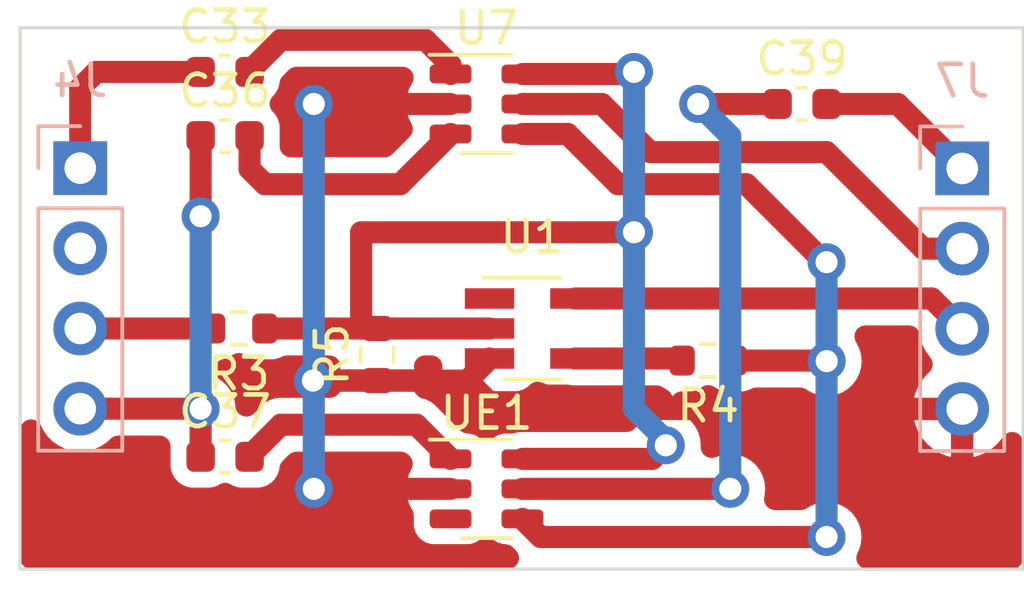
<source format=kicad_pcb>
(kicad_pcb (version 20221018) (generator pcbnew)
  (layers (0 "F.Cu" signal) (31 "B.Cu" signal) (34 "B.Paste" user) (35 "F.Paste" user) (36 "B.SilkS" user "B.Silkscreen") (37 "F.SilkS" user "F.Silkscreen") (38 "B.Mask" user) (39 "F.Mask" user) (44 "Edge.Cuts" user))
  (net 0 "")
  (net 1 "Net-(U7-RF2)")
  (net 2 "Net-(U7-RF1)")
  (net 3 "Net-(UE1-RF2)")
  (net 4 "/DAB_SMB")
  (net 6 "/si468x_switchDAB{slash}AM")
  (net 7 "/AM{slash}FM_FAKRA")
  (net 8 "/AM_TRANSFORMET")
  (net 9 "/DAB{slash}FM_capacitor")
  (net 10 "+3V3")
  (net 11 "GNDD")
  (net 13 "Net-(UE1-RFC)")
  (net 14 "/switchDAB{slash}AM")
  (net 15 "/~{switchDAB{slash}AM}")
  (net 16 "Net-(R4-Pad2)")
  (footprint "Capacitor_SMD:C_0603_1608Metric" (layer "F.Cu") (at 153.175 105.664)
    (fp_text reference "C37" (at 0 -1.43) (layer "F.SilkS"))
    (fp_text value "33pF")
    (fp_line (start -0.14058 -0.51) (end 0.14058 -0.51) (stroke (width 0.12)) (layer "F.SilkS"))
    (fp_line (start -0.14058 0.51) (end 0.14058 0.51) (stroke (width 0.12)) (layer "F.SilkS"))
    (pad "1" smd roundrect (at -0.775 0) (size 0.9 0.95) (layers "F.Cu" "F.Paste" "F.Mask") (net 7 "/AM{slash}FM_FAKRA"))
    (pad "2" smd roundrect (at 0.775 0) (size 0.9 0.95) (layers "F.Cu" "F.Paste" "F.Mask") (net 3 "Net-(UE1-RF2)"))
  )
  (footprint "Capacitor_SMD:C_0603_1608Metric" (layer "F.Cu") (at 153.175 93.472)
    (fp_text reference "C33" (at 0 -1.43) (layer "F.SilkS"))
    (fp_text value "33pF")
    (fp_line (start -0.14058 -0.51) (end 0.14058 -0.51) (stroke (width 0.12)) (layer "F.SilkS"))
    (fp_line (start -0.14058 0.51) (end 0.14058 0.51) (stroke (width 0.12)) (layer "F.SilkS"))
    (pad "1" smd roundrect (at -0.775 0) (size 0.9 0.95) (layers "F.Cu" "F.Paste" "F.Mask") (net 4 "/DAB_SMB"))
    (pad "2" smd roundrect (at 0.775 0) (size 0.9 0.95) (layers "F.Cu" "F.Paste" "F.Mask") (net 1 "Net-(U7-RF2)"))
  )
  (footprint "Package_TO_SOT_SMD:SOT-23-6" (layer "F.Cu") (at 161.4485 106.68)
    (fp_text reference "UE1" (at 0 -2.4) (layer "F.SilkS"))
    (fp_text value "HMC544AETR")
    (fp_line (start 0 -1.56) (end -1.8 -1.56) (stroke (width 0.12)) (layer "F.SilkS"))
    (fp_line (start 0 -1.56) (end 0.8 -1.56) (stroke (width 0.12)) (layer "F.SilkS"))
    (fp_line (start 0 1.56) (end -0.8 1.56) (stroke (width 0.12)) (layer "F.SilkS"))
    (fp_line (start 0 1.56) (end 0.8 1.56) (stroke (width 0.12)) (layer "F.SilkS"))
    (pad "1" smd roundrect (at -1.1375 -0.95) (size 1.325 0.6) (layers "F.Cu" "F.Paste" "F.Mask") (net 3 "Net-(UE1-RF2)"))
    (pad "2" smd roundrect (at -1.1375 0) (size 1.325 0.6) (layers "F.Cu" "F.Paste" "F.Mask") (net 11 "GNDD"))
    (pad "3" smd roundrect (at -1.1375 0.95) (size 1.325 0.6) (layers "F.Cu" "F.Paste" "F.Mask"))
    (pad "4" smd roundrect (at 1.1375 0.95) (size 1.325 0.6) (layers "F.Cu" "F.Paste" "F.Mask") (net 15 "/~{switchDAB{slash}AM}"))
    (pad "5" smd roundrect (at 1.1375 0) (size 1.325 0.6) (layers "F.Cu" "F.Paste" "F.Mask") (net 13 "Net-(UE1-RFC)"))
    (pad "6" smd roundrect (at 1.1375 -0.95) (size 1.325 0.6) (layers "F.Cu" "F.Paste" "F.Mask") (net 14 "/switchDAB{slash}AM"))
  )
  (footprint "Resistor_SMD:R_0603_1608Metric" (layer "F.Cu") (at 168.465 102.616 180)
    (fp_text reference "R4" (at 0 -1.43) (layer "F.SilkS"))
    (fp_text value "10k")
    (fp_line (start -0.237258 -0.5225) (end 0.237258 -0.5225) (stroke (width 0.12)) (layer "F.SilkS"))
    (fp_line (start -0.237258 0.5225) (end 0.237258 0.5225) (stroke (width 0.12)) (layer "F.SilkS"))
    (pad "1" smd roundrect (at -0.825 0 180) (size 0.8 0.95) (layers "F.Cu" "F.Paste" "F.Mask") (net 15 "/~{switchDAB{slash}AM}"))
    (pad "2" smd roundrect (at 0.825 0 180) (size 0.8 0.95) (layers "F.Cu" "F.Paste" "F.Mask") (net 16 "Net-(R4-Pad2)"))
  )
  (footprint "Capacitor_SMD:C_0603_1608Metric" (layer "F.Cu") (at 153.175 95.504)
    (fp_text reference "C36" (at 0 -1.43) (layer "F.SilkS"))
    (fp_text value "33pF")
    (fp_line (start -0.14058 -0.51) (end 0.14058 -0.51) (stroke (width 0.12)) (layer "F.SilkS"))
    (fp_line (start -0.14058 0.51) (end 0.14058 0.51) (stroke (width 0.12)) (layer "F.SilkS"))
    (pad "1" smd roundrect (at -0.775 0) (size 0.9 0.95) (layers "F.Cu" "F.Paste" "F.Mask") (net 7 "/AM{slash}FM_FAKRA"))
    (pad "2" smd roundrect (at 0.775 0) (size 0.9 0.95) (layers "F.Cu" "F.Paste" "F.Mask") (net 2 "Net-(U7-RF1)"))
  )
  (footprint "Resistor_SMD:R_0603_1608Metric" (layer "F.Cu") (at 157.988 102.425 90)
    (fp_text reference "R5" (at 0 -1.43 90) (layer "F.SilkS"))
    (fp_text value "100k")
    (fp_line (start -0.237258 -0.5225) (end 0.237258 -0.5225) (stroke (width 0.12)) (layer "F.SilkS"))
    (fp_line (start -0.237258 0.5225) (end 0.237258 0.5225) (stroke (width 0.12)) (layer "F.SilkS"))
    (pad "1" smd roundrect (at -0.825 0 90) (size 0.8 0.95) (layers "F.Cu" "F.Paste" "F.Mask") (net 11 "GNDD"))
    (pad "2" smd roundrect (at 0.825 0 90) (size 0.8 0.95) (layers "F.Cu" "F.Paste" "F.Mask") (net 14 "/switchDAB{slash}AM"))
  )
  (footprint "Resistor_SMD:R_0603_1608Metric" (layer "F.Cu") (at 153.607 101.6 180)
    (fp_text reference "R3" (at 0 -1.43) (layer "F.SilkS"))
    (fp_text value "10k")
    (fp_line (start -0.237258 -0.5225) (end 0.237258 -0.5225) (stroke (width 0.12)) (layer "F.SilkS"))
    (fp_line (start -0.237258 0.5225) (end 0.237258 0.5225) (stroke (width 0.12)) (layer "F.SilkS"))
    (pad "1" smd roundrect (at -0.825 0 180) (size 0.8 0.95) (layers "F.Cu" "F.Paste" "F.Mask") (net 14 "/switchDAB{slash}AM"))
    (pad "2" smd roundrect (at 0.825 0 180) (size 0.8 0.95) (layers "F.Cu" "F.Paste" "F.Mask") (net 6 "/si468x_switchDAB{slash}AM"))
  )
  (footprint "Capacitor_SMD:C_0603_1608Metric" (layer "F.Cu") (at 171.437 94.488)
    (fp_text reference "C39" (at 0 -1.43) (layer "F.SilkS"))
    (fp_text value "33pF")
    (fp_line (start -0.14058 -0.51) (end 0.14058 -0.51) (stroke (width 0.12)) (layer "F.SilkS"))
    (fp_line (start -0.14058 0.51) (end 0.14058 0.51) (stroke (width 0.12)) (layer "F.SilkS"))
    (pad "1" smd roundrect (at -0.775 0) (size 0.9 0.95) (layers "F.Cu" "F.Paste" "F.Mask") (net 13 "Net-(UE1-RFC)"))
    (pad "2" smd roundrect (at 0.775 0) (size 0.9 0.95) (layers "F.Cu" "F.Paste" "F.Mask") (net 8 "/AM_TRANSFORMET"))
  )
  (footprint "Package_TO_SOT_SMD:SOT-23-6" (layer "F.Cu") (at 161.4485 94.488)
    (fp_text reference "U7" (at 0 -2.4) (layer "F.SilkS"))
    (fp_text value "HMC544AETR")
    (fp_line (start 0 -1.56) (end -1.8 -1.56) (stroke (width 0.12)) (layer "F.SilkS"))
    (fp_line (start 0 -1.56) (end 0.8 -1.56) (stroke (width 0.12)) (layer "F.SilkS"))
    (fp_line (start 0 1.56) (end -0.8 1.56) (stroke (width 0.12)) (layer "F.SilkS"))
    (fp_line (start 0 1.56) (end 0.8 1.56) (stroke (width 0.12)) (layer "F.SilkS"))
    (pad "1" smd roundrect (at -1.1375 -0.95) (size 1.325 0.6) (layers "F.Cu" "F.Paste" "F.Mask") (net 1 "Net-(U7-RF2)"))
    (pad "2" smd roundrect (at -1.1375 0) (size 1.325 0.6) (layers "F.Cu" "F.Paste" "F.Mask") (net 11 "GNDD"))
    (pad "3" smd roundrect (at -1.1375 0.95) (size 1.325 0.6) (layers "F.Cu" "F.Paste" "F.Mask") (net 2 "Net-(U7-RF1)"))
    (pad "4" smd roundrect (at 1.1375 0.95) (size 1.325 0.6) (layers "F.Cu" "F.Paste" "F.Mask") (net 15 "/~{switchDAB{slash}AM}"))
    (pad "5" smd roundrect (at 1.1375 0) (size 1.325 0.6) (layers "F.Cu" "F.Paste" "F.Mask") (net 9 "/DAB{slash}FM_capacitor"))
    (pad "6" smd roundrect (at 1.1375 -0.95) (size 1.325 0.6) (layers "F.Cu" "F.Paste" "F.Mask") (net 14 "/switchDAB{slash}AM"))
  )
  (footprint "Package_TO_SOT_SMD:SOT-23-5_HandSoldering" (layer "F.Cu") (at 162.894 101.6)
    (fp_text reference "U1" (at 0 -2.9) (layer "F.SilkS"))
    (fp_text value "SN74AHC1G04DBVR")
    (fp_line (start -0.9 1.61) (end 0.9 1.61) (stroke (width 0.12)) (layer "F.SilkS"))
    (fp_line (start 0.9 -1.61) (end -1.55 -1.61) (stroke (width 0.12)) (layer "F.SilkS"))
    (pad "1" smd rect (at -1.35 -0.95) (size 1.56 0.65) (layers "F.Cu" "F.Paste" "F.Mask"))
    (pad "2" smd rect (at -1.35 0) (size 1.56 0.65) (layers "F.Cu" "F.Paste" "F.Mask") (net 14 "/switchDAB{slash}AM"))
    (pad "3" smd rect (at -1.35 0.95) (size 1.56 0.65) (layers "F.Cu" "F.Paste" "F.Mask") (net 11 "GNDD"))
    (pad "4" smd rect (at 1.35 0.95) (size 1.56 0.65) (layers "F.Cu" "F.Paste" "F.Mask") (net 16 "Net-(R4-Pad2)"))
    (pad "5" smd rect (at 1.35 -0.95) (size 1.56 0.65) (layers "F.Cu" "F.Paste" "F.Mask") (net 10 "+3V3"))
  )
  (footprint "Connector_PinSocket_2.54mm:PinSocket_1x04_P2.54mm_Vertical" (layer "B.Cu") (at 176.505 96.53 180)
    (fp_text reference "J7" (at 0 2.77) (layer "B.SilkS") (effects (justify mirror)))
    (fp_text value "Conn_01x04_Pin" hide)
    (fp_line (start -1.33 -8.95) (end 1.33 -8.95) (stroke (width 0.12)) (layer "B.SilkS"))
    (fp_line (start -1.33 -1.27) (end -1.33 -8.95) (stroke (width 0.12)) (layer "B.SilkS"))
    (fp_line (start -1.33 -1.27) (end 1.33 -1.27) (stroke (width 0.12)) (layer "B.SilkS"))
    (fp_line (start 0 1.33) (end 1.33 1.33) (stroke (width 0.12)) (layer "B.SilkS"))
    (fp_line (start 1.33 -1.27) (end 1.33 -8.95) (stroke (width 0.12)) (layer "B.SilkS"))
    (fp_line (start 1.33 1.33) (end 1.33 0) (stroke (width 0.12)) (layer "B.SilkS"))
    (pad "1" thru_hole rect locked (at 0 0 180) (size 1.7 1.7) (drill 1) (layers "*.Cu" "*.Mask") (net 8 "/AM_TRANSFORMET"))
    (pad "2" thru_hole oval locked (at 0 -2.54 180) (size 1.7 1.7) (drill 1) (layers "*.Cu" "*.Mask") (net 9 "/DAB{slash}FM_capacitor"))
    (pad "3" thru_hole oval locked (at 0 -5.08 180) (size 1.7 1.7) (drill 1) (layers "*.Cu" "*.Mask") (net 10 "+3V3"))
    (pad "4" thru_hole oval locked (at 0 -7.62 180) (size 1.7 1.7) (drill 1) (layers "*.Cu" "*.Mask") (net 11 "GNDD"))
  )
  (footprint "Connector_PinSocket_2.54mm:PinSocket_1x04_P2.54mm_Vertical" (layer "B.Cu") (at 148.59 96.52 180)
    (fp_text reference "J4" (at 0 2.77) (layer "B.SilkS") (effects (justify mirror)))
    (fp_text value "Conn_01x04_Pin" hide)
    (fp_line (start -1.33 -8.95) (end 1.33 -8.95) (stroke (width 0.12)) (layer "B.SilkS"))
    (fp_line (start -1.33 -1.27) (end -1.33 -8.95) (stroke (width 0.12)) (layer "B.SilkS"))
    (fp_line (start -1.33 -1.27) (end 1.33 -1.27) (stroke (width 0.12)) (layer "B.SilkS"))
    (fp_line (start 0 1.33) (end 1.33 1.33) (stroke (width 0.12)) (layer "B.SilkS"))
    (fp_line (start 1.33 -1.27) (end 1.33 -8.95) (stroke (width 0.12)) (layer "B.SilkS"))
    (fp_line (start 1.33 1.33) (end 1.33 0) (stroke (width 0.12)) (layer "B.SilkS"))
    (pad "1" thru_hole rect locked (at 0 0 180) (size 1.7 1.7) (drill 1) (layers "*.Cu" "*.Mask") (net 4 "/DAB_SMB"))
    (pad "2" thru_hole oval locked (at 0 -2.54 180) (size 1.7 1.7) (drill 1) (layers "*.Cu" "*.Mask"))
    (pad "3" thru_hole oval locked (at 0 -5.08 180) (size 1.7 1.7) (drill 1) (layers "*.Cu" "*.Mask") (net 6 "/si468x_switchDAB{slash}AM"))
    (pad "4" thru_hole oval locked (at 0 -7.62 180) (size 1.7 1.7) (drill 1) (layers "*.Cu" "*.Mask") (net 7 "/AM{slash}FM_FAKRA"))
  )
  (gr_line (start 146.685 92.075) (end 178.435 92.075) (stroke (width 0.1)) (layer "Edge.Cuts"))
  (gr_line (start 178.435 92.075) (end 178.435 109.22) (stroke (width 0.1)) (layer "Edge.Cuts"))
  (gr_line (start 178.435 109.22) (end 146.685 109.22) (stroke (width 0.1)) (layer "Edge.Cuts"))
  (gr_line (start 146.685 109.22) (end 146.685 92.075) (stroke (width 0.1)) (layer "Edge.Cuts"))
  (segment (start 153.95 93.446) (end 154.94 92.456) (width 0.7) (layer "F.Cu") (net 1))
  (segment (start 160.311 93.255) (end 160.311 93.538) (width 0.7) (layer "F.Cu") (net 1))
  (segment (start 159.512 92.456) (end 160.311 93.255) (width 0.7) (layer "F.Cu") (net 1))
  (segment (start 154.94 92.456) (end 159.512 92.456) (width 0.7) (layer "F.Cu") (net 1))
  (segment (start 153.95 93.472) (end 153.95 93.446) (width 0.7) (layer "F.Cu") (net 1))
  (segment (start 158.721 97.028) (end 160.311 95.438) (width 0.7) (layer "F.Cu") (net 2))
  (segment (start 153.95 95.504) (end 153.95 96.546) (width 0.7) (layer "F.Cu") (net 2))
  (segment (start 154.432 97.028) (end 158.721 97.028) (width 0.7) (layer "F.Cu") (net 2))
  (segment (start 153.95 96.546) (end 154.432 97.028) (width 0.7) (layer "F.Cu") (net 2))
  (segment (start 159.229 104.648) (end 160.311 105.73) (width 0.7) (layer "F.Cu") (net 3))
  (segment (start 153.95 105.664) (end 153.95 105.638) (width 0.7) (layer "F.Cu") (net 3))
  (segment (start 153.95 105.638) (end 154.94 104.648) (width 0.7) (layer "F.Cu") (net 3))
  (segment (start 154.94 104.648) (end 159.229 104.648) (width 0.7) (layer "F.Cu") (net 3))
  (segment (start 152.4 93.472) (end 149.098 93.472) (width 0.7) (layer "F.Cu") (net 4))
  (segment (start 148.59 93.98) (end 148.59 96.52) (width 0.7) (layer "F.Cu") (net 4))
  (segment (start 149.098 93.472) (end 148.59 93.98) (width 0.7) (layer "F.Cu") (net 4))
  (segment (start 148.59 101.6) (end 152.782 101.6) (width 0.7) (layer "F.Cu") (net 6))
  (segment (start 152.4 98.044) (end 152.4 95.504) (width 0.7) (layer "F.Cu") (net 7))
  (segment (start 148.59 104.14) (end 152.4 104.14) (width 0.7) (layer "F.Cu") (net 7))
  (segment (start 152.4 105.664) (end 152.4 104.14) (width 0.7) (layer "F.Cu") (net 7))
  (via (at 152.4 104.14) (size 1.2) (drill 0.7) (layers "F.Cu" "B.Cu") (net 7))
  (via (at 152.4 98.044) (size 1.2) (drill 0.7) (layers "F.Cu" "B.Cu") (net 7))
  (segment (start 152.4 104.14) (end 152.4 98.044) (width 0.7) (layer "B.Cu") (net 7))
  (segment (start 172.212 94.488) (end 174.463 94.488) (width 0.7) (layer "F.Cu") (net 8))
  (segment (start 174.463 94.488) (end 176.505 96.53) (width 0.7) (layer "F.Cu") (net 8))
  (segment (start 162.586 94.488) (end 165.1 94.488) (width 0.7) (layer "F.Cu") (net 9))
  (segment (start 166.624 96.012) (end 172.212 96.012) (width 0.7) (layer "F.Cu") (net 9))
  (segment (start 175.27 99.07) (end 176.505 99.07) (width 0.7) (layer "F.Cu") (net 9))
  (segment (start 172.212 96.012) (end 175.27 99.07) (width 0.7) (layer "F.Cu") (net 9))
  (segment (start 165.1 94.488) (end 166.624 96.012) (width 0.7) (layer "F.Cu") (net 9))
  (segment (start 164.244 100.65) (end 175.545 100.65) (width 0.7) (layer "F.Cu") (net 10))
  (segment (start 175.545 100.65) (end 176.505 101.61) (width 0.7) (layer "F.Cu") (net 10))
  (segment (start 161.744 104.15) (end 160.844 103.25) (width 0.7) (layer "F.Cu") (net 11))
  (segment (start 160.844 103.25) (end 161.544 102.55) (width 0.7) (layer "F.Cu") (net 11))
  (segment (start 160.311 94.488) (end 155.982 94.488) (width 0.7) (layer "F.Cu") (net 11))
  (segment (start 160.311 106.68) (end 155.982 106.68) (width 0.7) (layer "F.Cu") (net 11))
  (segment (start 160.844 103.25) (end 155.956008 103.25) (width 0.7) (layer "F.Cu") (net 11))
  (segment (start 176.505 104.15) (end 161.744 104.15) (width 0.7) (layer "F.Cu") (net 11))
  (via (at 155.956008 103.25) (size 1.2) (drill 0.7) (layers "F.Cu" "B.Cu") (net 11))
  (via (at 155.982 106.68) (size 1.2) (drill 0.7) (layers "F.Cu" "B.Cu") (net 11))
  (via (at 155.982 94.488) (size 1.2) (drill 0.7) (layers "F.Cu" "B.Cu") (net 11))
  (segment (start 155.982 94.488) (end 155.982 103.124) (width 0.7) (layer "B.Cu") (net 11))
  (segment (start 155.982 103.224008) (end 155.956008 103.25) (width 0.7) (layer "B.Cu") (net 11))
  (segment (start 155.982 103.124) (end 155.982 106.68) (width 0.7) (layer "B.Cu") (net 11))
  (segment (start 155.982 103.124) (end 155.982 103.224008) (width 0.7) (layer "B.Cu") (net 11))
  (segment (start 162.586 106.68) (end 169.164 106.68) (width 0.7) (layer "F.Cu") (net 13))
  (segment (start 170.661996 94.488004) (end 170.662 94.488) (width 0.7) (layer "F.Cu") (net 13))
  (segment (start 168.148 94.488004) (end 170.661996 94.488004) (width 0.7) (layer "F.Cu") (net 13))
  (via (at 169.164 106.68) (size 1.2) (drill 0.7) (layers "F.Cu" "B.Cu") (net 13))
  (via (at 168.148 94.488004) (size 1.2) (drill 0.7) (layers "F.Cu" "B.Cu") (net 13))
  (segment (start 168.148 94.488004) (end 169.164 95.504004) (width 0.7) (layer "B.Cu") (net 13))
  (segment (start 169.164 95.504004) (end 169.164 106.68) (width 0.7) (layer "B.Cu") (net 13))
  (segment (start 166.116 98.552) (end 157.48 98.552) (width 0.7) (layer "F.Cu") (net 14))
  (segment (start 166.693542 105.73) (end 167.123542 105.3) (width 0.7) (layer "F.Cu") (net 14))
  (segment (start 154.432 101.6) (end 161.544 101.6) (width 0.7) (layer "F.Cu") (net 14))
  (segment (start 157.48 98.552) (end 157.48 101.6) (width 0.7) (layer "F.Cu") (net 14))
  (segment (start 162.586 93.538) (end 166.05 93.538) (width 0.7) (layer "F.Cu") (net 14))
  (segment (start 162.586 105.73) (end 166.693542 105.73) (width 0.7) (layer "F.Cu") (net 14))
  (segment (start 166.05 93.538) (end 166.116 93.472) (width 0.7) (layer "F.Cu") (net 14))
  (via (at 166.116 93.472) (size 1.2) (drill 0.7) (layers "F.Cu" "B.Cu") (net 14))
  (via (at 167.123542 105.3) (size 1.2) (drill 0.7) (layers "F.Cu" "B.Cu") (net 14))
  (via (at 166.116 98.552) (size 1.2) (drill 0.7) (layers "F.Cu" "B.Cu") (net 14))
  (segment (start 167.123542 105.147542) (end 167.123542 105.3) (width 0.7) (layer "B.Cu") (net 14))
  (segment (start 166.116 93.472) (end 166.116 98.552) (width 0.7) (layer "B.Cu") (net 14))
  (segment (start 166.116 104.14) (end 167.123542 105.147542) (width 0.7) (layer "B.Cu") (net 14))
  (segment (start 166.116 98.552) (end 166.116 104.14) (width 0.7) (layer "B.Cu") (net 14))
  (segment (start 162.586 95.438) (end 164.018 95.438) (width 0.7) (layer "F.Cu") (net 15))
  (segment (start 163.16 108.204) (end 170.688 108.204) (width 0.7) (layer "F.Cu") (net 15))
  (segment (start 172.144 99.5) (end 172.212 99.5) (width 0.7) (layer "F.Cu") (net 15))
  (segment (start 169.29 102.616) (end 172.198248 102.616) (width 0.7) (layer "F.Cu") (net 15))
  (segment (start 162.586 107.63) (end 163.16 108.204) (width 0.7) (layer "F.Cu") (net 15))
  (segment (start 165.608 97.028) (end 169.672 97.028) (width 0.7) (layer "F.Cu") (net 15))
  (segment (start 170.688 108.204) (end 172.212 108.204) (width 0.7) (layer "F.Cu") (net 15))
  (segment (start 172.198248 102.616) (end 172.215852 102.633604) (width 0.7) (layer "F.Cu") (net 15))
  (segment (start 169.672 97.028) (end 172.144 99.5) (width 0.7) (layer "F.Cu") (net 15))
  (segment (start 164.018 95.438) (end 165.608 97.028) (width 0.7) (layer "F.Cu") (net 15))
  (via (at 172.212 99.5) (size 1.2) (drill 0.7) (layers "F.Cu" "B.Cu") (net 15))
  (via (at 172.212 108.204) (size 1.2) (drill 0.7) (layers "F.Cu" "B.Cu") (net 15))
  (via (at 172.215852 102.633604) (size 1.2) (drill 0.7) (layers "F.Cu" "B.Cu") (net 15))
  (segment (start 172.212 102.629752) (end 172.212 99.5) (width 0.7) (layer "B.Cu") (net 15))
  (segment (start 172.215852 102.633604) (end 172.212 102.629752) (width 0.7) (layer "B.Cu") (net 15))
  (segment (start 172.212 102.637456) (end 172.215852 102.633604) (width 0.7) (layer "B.Cu") (net 15))
  (segment (start 172.212 108.204) (end 172.212 102.637456) (width 0.7) (layer "B.Cu") (net 15))
  (segment (start 167.574 102.55) (end 167.64 102.616) (width 0.7) (layer "F.Cu") (net 16))
  (segment (start 164.244 102.55) (end 167.574 102.55) (width 0.7) (layer "F.Cu") (net 16))
  (zone (net 11) (net_name "GNDD") (layer "F.Cu") (connect_pads (clearance 0.5)) (min_thickness 0.7) (fill yes (thermal_gap 0.71) (thermal_bridge_width 0.71))
    (polygon (pts (xy 146.05 91.44) (xy 178.435 91.44) (xy 178.435 109.855) (xy 146.05 109.855)))
  )
)
</source>
